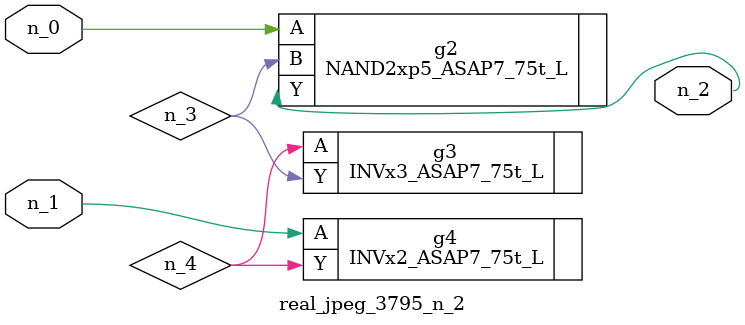
<source format=v>
module real_jpeg_3795_n_2 (n_1, n_0, n_2);

input n_1;
input n_0;

output n_2;

wire n_4;
wire n_3;

NAND2xp5_ASAP7_75t_L g2 ( 
.A(n_0),
.B(n_3),
.Y(n_2)
);

INVx2_ASAP7_75t_L g4 ( 
.A(n_1),
.Y(n_4)
);

INVx3_ASAP7_75t_L g3 ( 
.A(n_4),
.Y(n_3)
);


endmodule
</source>
